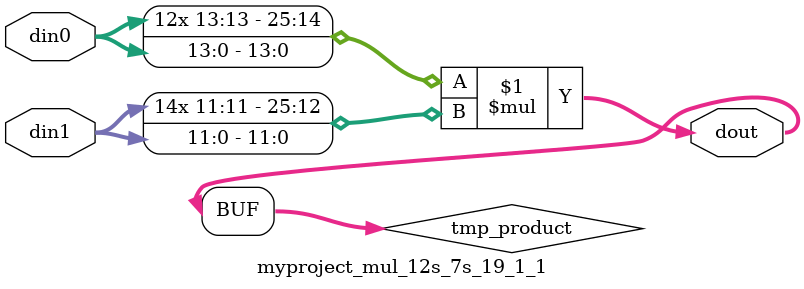
<source format=v>

`timescale 1 ns / 1 ps

 module myproject_mul_12s_7s_19_1_1(din0, din1, dout);
parameter ID = 1;
parameter NUM_STAGE = 0;
parameter din0_WIDTH = 14;
parameter din1_WIDTH = 12;
parameter dout_WIDTH = 26;

input [din0_WIDTH - 1 : 0] din0; 
input [din1_WIDTH - 1 : 0] din1; 
output [dout_WIDTH - 1 : 0] dout;

wire signed [dout_WIDTH - 1 : 0] tmp_product;



























assign tmp_product = $signed(din0) * $signed(din1);








assign dout = tmp_product;





















endmodule

</source>
